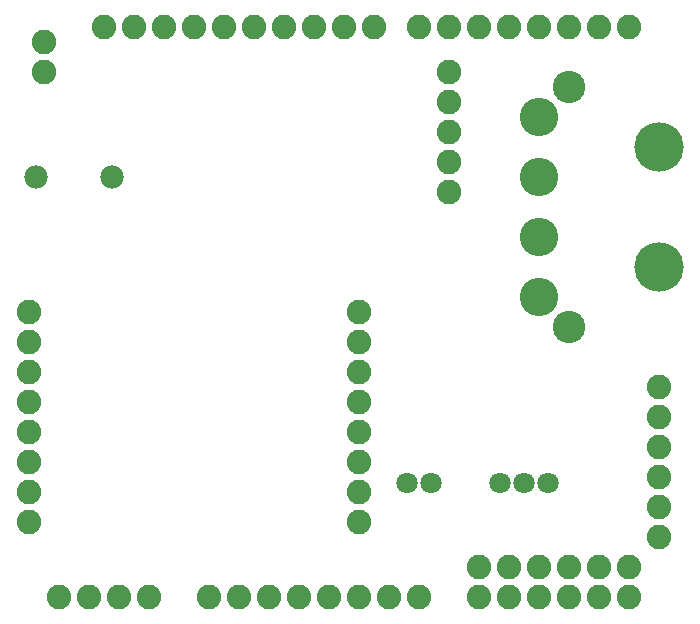
<source format=gts>
G75*
%MOIN*%
%OFA0B0*%
%FSLAX25Y25*%
%IPPOS*%
%LPD*%
%AMOC8*
5,1,8,0,0,1.08239X$1,22.5*
%
%ADD10C,0.08200*%
%ADD11C,0.10800*%
%ADD12C,0.16500*%
%ADD13C,0.12800*%
%ADD14C,0.07800*%
%ADD15C,0.07099*%
D10*
X0087524Y0110000D03*
X0097524Y0110000D03*
X0107524Y0110000D03*
X0117524Y0110000D03*
X0137524Y0110000D03*
X0147524Y0110000D03*
X0157524Y0110000D03*
X0167524Y0110000D03*
X0177524Y0110000D03*
X0187524Y0110000D03*
X0197524Y0110000D03*
X0207524Y0110000D03*
X0227524Y0110000D03*
X0237524Y0110000D03*
X0247524Y0110000D03*
X0257524Y0110000D03*
X0267524Y0110000D03*
X0277524Y0110000D03*
X0277524Y0120000D03*
X0267524Y0120000D03*
X0257524Y0120000D03*
X0247524Y0120000D03*
X0237524Y0120000D03*
X0227524Y0120000D03*
X0187524Y0135000D03*
X0187524Y0145000D03*
X0187524Y0155000D03*
X0187524Y0165000D03*
X0187524Y0175000D03*
X0187524Y0185000D03*
X0187524Y0195000D03*
X0187524Y0205000D03*
X0217524Y0245000D03*
X0217524Y0255000D03*
X0217524Y0265000D03*
X0217524Y0275000D03*
X0217524Y0285000D03*
X0217524Y0300000D03*
X0227524Y0300000D03*
X0237524Y0300000D03*
X0247524Y0300000D03*
X0257524Y0300000D03*
X0267524Y0300000D03*
X0277524Y0300000D03*
X0207524Y0300000D03*
X0192524Y0300000D03*
X0182524Y0300000D03*
X0172524Y0300000D03*
X0162524Y0300000D03*
X0152524Y0300000D03*
X0142524Y0300000D03*
X0132524Y0300000D03*
X0122524Y0300000D03*
X0112524Y0300000D03*
X0102524Y0300000D03*
X0082524Y0295000D03*
X0082524Y0285000D03*
X0077524Y0205000D03*
X0077524Y0195000D03*
X0077524Y0185000D03*
X0077524Y0175000D03*
X0077524Y0165000D03*
X0077524Y0155000D03*
X0077524Y0145000D03*
X0077524Y0135000D03*
X0287524Y0130000D03*
X0287524Y0140000D03*
X0287524Y0150000D03*
X0287524Y0160000D03*
X0287524Y0170000D03*
X0287524Y0180000D03*
D11*
X0257524Y0200000D03*
X0257524Y0280000D03*
D12*
X0287524Y0260000D03*
X0287524Y0220000D03*
D13*
X0247524Y0210000D03*
X0247524Y0230000D03*
X0247524Y0250000D03*
X0247524Y0270000D03*
D14*
X0105319Y0250000D03*
X0079728Y0250000D03*
D15*
X0203587Y0147835D03*
X0211461Y0147835D03*
X0234650Y0147835D03*
X0242524Y0147835D03*
X0250398Y0147835D03*
M02*

</source>
